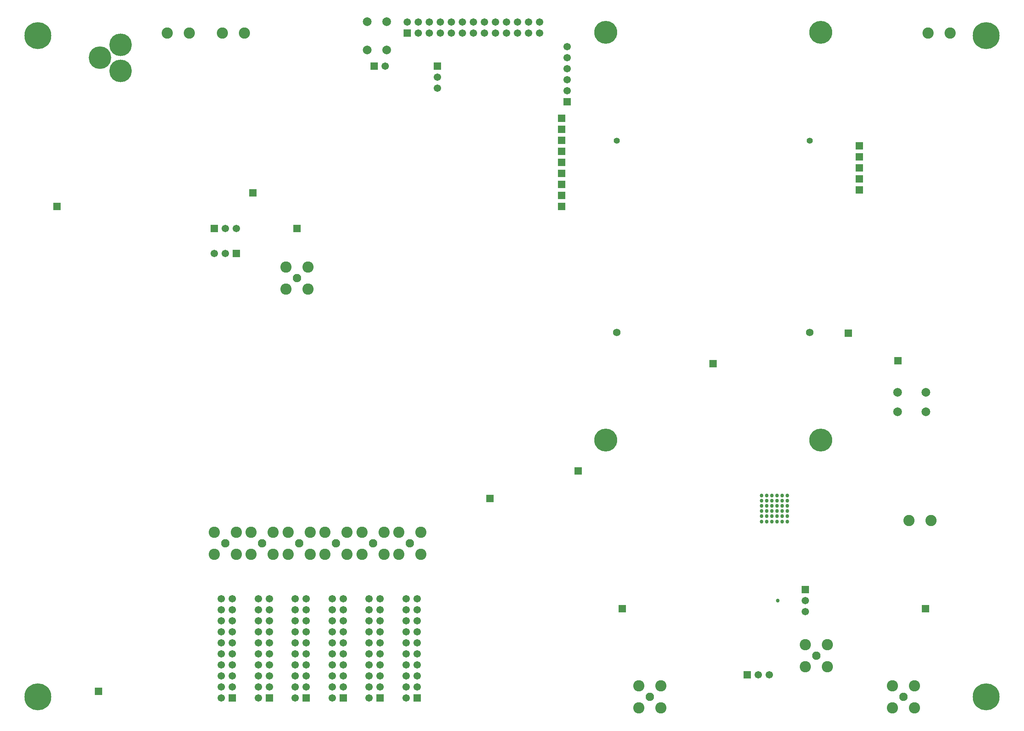
<source format=gbs>
%FSTAX25Y25*%
%MOIN*%
G70*
G01*
G75*
G04 Layer_Color=16711935*
%ADD10C,0.01575*%
G04:AMPARAMS|DCode=11|XSize=62.99mil|YSize=68.9mil|CornerRadius=15.75mil|HoleSize=0mil|Usage=FLASHONLY|Rotation=270.000|XOffset=0mil|YOffset=0mil|HoleType=Round|Shape=RoundedRectangle|*
%AMROUNDEDRECTD11*
21,1,0.06299,0.03740,0,0,270.0*
21,1,0.03150,0.06890,0,0,270.0*
1,1,0.03150,-0.01870,-0.01575*
1,1,0.03150,-0.01870,0.01575*
1,1,0.03150,0.01870,0.01575*
1,1,0.03150,0.01870,-0.01575*
%
%ADD11ROUNDEDRECTD11*%
%ADD12R,0.06890X0.06299*%
G04:AMPARAMS|DCode=13|XSize=35.43mil|YSize=31.5mil|CornerRadius=0mil|HoleSize=0mil|Usage=FLASHONLY|Rotation=225.000|XOffset=0mil|YOffset=0mil|HoleType=Round|Shape=Rectangle|*
%AMROTATEDRECTD13*
4,1,4,0.00139,0.02366,0.02366,0.00139,-0.00139,-0.02366,-0.02366,-0.00139,0.00139,0.02366,0.0*
%
%ADD13ROTATEDRECTD13*%

%ADD14R,0.03543X0.02756*%
%ADD15R,0.03543X0.03150*%
%ADD16R,0.03150X0.03543*%
%ADD17R,0.02756X0.03543*%
%ADD18R,0.05512X0.04331*%
G04:AMPARAMS|DCode=19|XSize=35.43mil|YSize=27.56mil|CornerRadius=0mil|HoleSize=0mil|Usage=FLASHONLY|Rotation=225.000|XOffset=0mil|YOffset=0mil|HoleType=Round|Shape=Rectangle|*
%AMROTATEDRECTD19*
4,1,4,0.00278,0.02227,0.02227,0.00278,-0.00278,-0.02227,-0.02227,-0.00278,0.00278,0.02227,0.0*
%
%ADD19ROTATEDRECTD19*%

%ADD20O,0.07874X0.01969*%
%ADD21O,0.00984X0.03150*%
%ADD22O,0.03150X0.00984*%
%ADD23R,0.07087X0.07087*%
%ADD24R,0.04331X0.06693*%
%ADD25R,0.07087X0.07874*%
G04:AMPARAMS|DCode=26|XSize=70.87mil|YSize=78.74mil|CornerRadius=17.72mil|HoleSize=0mil|Usage=FLASHONLY|Rotation=180.000|XOffset=0mil|YOffset=0mil|HoleType=Round|Shape=RoundedRectangle|*
%AMROUNDEDRECTD26*
21,1,0.07087,0.04331,0,0,180.0*
21,1,0.03543,0.07874,0,0,180.0*
1,1,0.03543,-0.01772,0.02165*
1,1,0.03543,0.01772,0.02165*
1,1,0.03543,0.01772,-0.02165*
1,1,0.03543,-0.01772,-0.02165*
%
%ADD26ROUNDEDRECTD26*%
%ADD27R,0.04331X0.05512*%
%ADD28R,0.29528X0.29528*%
G04:AMPARAMS|DCode=29|XSize=35.43mil|YSize=27.56mil|CornerRadius=0mil|HoleSize=0mil|Usage=FLASHONLY|Rotation=315.000|XOffset=0mil|YOffset=0mil|HoleType=Round|Shape=Rectangle|*
%AMROTATEDRECTD29*
4,1,4,-0.02227,0.00278,-0.00278,0.02227,0.02227,-0.00278,0.00278,-0.02227,-0.02227,0.00278,0.0*
%
%ADD29ROTATEDRECTD29*%

G04:AMPARAMS|DCode=30|XSize=39.37mil|YSize=61.02mil|CornerRadius=9.84mil|HoleSize=0mil|Usage=FLASHONLY|Rotation=225.000|XOffset=0mil|YOffset=0mil|HoleType=Round|Shape=RoundedRectangle|*
%AMROUNDEDRECTD30*
21,1,0.03937,0.04134,0,0,225.0*
21,1,0.01969,0.06102,0,0,225.0*
1,1,0.01969,-0.02158,0.00766*
1,1,0.01969,-0.00766,0.02158*
1,1,0.01969,0.02158,-0.00766*
1,1,0.01969,0.00766,-0.02158*
%
%ADD30ROUNDEDRECTD30*%
G04:AMPARAMS|DCode=31|XSize=39.37mil|YSize=61.02mil|CornerRadius=0mil|HoleSize=0mil|Usage=FLASHONLY|Rotation=225.000|XOffset=0mil|YOffset=0mil|HoleType=Round|Shape=Rectangle|*
%AMROTATEDRECTD31*
4,1,4,-0.00766,0.03550,0.03550,-0.00766,0.00766,-0.03550,-0.03550,0.00766,-0.00766,0.03550,0.0*
%
%ADD31ROTATEDRECTD31*%

G04:AMPARAMS|DCode=32|XSize=35.43mil|YSize=31.5mil|CornerRadius=0mil|HoleSize=0mil|Usage=FLASHONLY|Rotation=315.000|XOffset=0mil|YOffset=0mil|HoleType=Round|Shape=Rectangle|*
%AMROTATEDRECTD32*
4,1,4,-0.02366,0.00139,-0.00139,0.02366,0.02366,-0.00139,0.00139,-0.02366,-0.02366,0.00139,0.0*
%
%ADD32ROTATEDRECTD32*%

G04:AMPARAMS|DCode=33|XSize=39.37mil|YSize=61.02mil|CornerRadius=9.84mil|HoleSize=0mil|Usage=FLASHONLY|Rotation=135.000|XOffset=0mil|YOffset=0mil|HoleType=Round|Shape=RoundedRectangle|*
%AMROUNDEDRECTD33*
21,1,0.03937,0.04134,0,0,135.0*
21,1,0.01969,0.06102,0,0,135.0*
1,1,0.01969,0.00766,0.02158*
1,1,0.01969,0.02158,0.00766*
1,1,0.01969,-0.00766,-0.02158*
1,1,0.01969,-0.02158,-0.00766*
%
%ADD33ROUNDEDRECTD33*%
G04:AMPARAMS|DCode=34|XSize=39.37mil|YSize=61.02mil|CornerRadius=0mil|HoleSize=0mil|Usage=FLASHONLY|Rotation=135.000|XOffset=0mil|YOffset=0mil|HoleType=Round|Shape=Rectangle|*
%AMROTATEDRECTD34*
4,1,4,0.03550,0.00766,-0.00766,-0.03550,-0.03550,-0.00766,0.00766,0.03550,0.03550,0.00766,0.0*
%
%ADD34ROTATEDRECTD34*%

%ADD35O,0.07087X0.00984*%
%ADD36R,0.04400X0.10600*%
G04:AMPARAMS|DCode=37|XSize=39.37mil|YSize=72.84mil|CornerRadius=9.84mil|HoleSize=0mil|Usage=FLASHONLY|Rotation=90.000|XOffset=0mil|YOffset=0mil|HoleType=Round|Shape=RoundedRectangle|*
%AMROUNDEDRECTD37*
21,1,0.03937,0.05315,0,0,90.0*
21,1,0.01969,0.07284,0,0,90.0*
1,1,0.01969,0.02658,0.00984*
1,1,0.01969,0.02658,-0.00984*
1,1,0.01969,-0.02658,-0.00984*
1,1,0.01969,-0.02658,0.00984*
%
%ADD37ROUNDEDRECTD37*%
%ADD38R,0.07284X0.03937*%
%ADD39R,0.07284X0.13780*%
%ADD40R,0.06693X0.04331*%
%ADD41R,0.10600X0.04400*%
G04:AMPARAMS|DCode=42|XSize=70.87mil|YSize=78.74mil|CornerRadius=17.72mil|HoleSize=0mil|Usage=FLASHONLY|Rotation=90.000|XOffset=0mil|YOffset=0mil|HoleType=Round|Shape=RoundedRectangle|*
%AMROUNDEDRECTD42*
21,1,0.07087,0.04331,0,0,90.0*
21,1,0.03543,0.07874,0,0,90.0*
1,1,0.03543,0.02165,0.01772*
1,1,0.03543,0.02165,-0.01772*
1,1,0.03543,-0.02165,-0.01772*
1,1,0.03543,-0.02165,0.01772*
%
%ADD42ROUNDEDRECTD42*%
%ADD43R,0.07874X0.07087*%
%ADD44O,0.09449X0.01772*%
%ADD45O,0.07874X0.01378*%
%ADD46R,0.07874X0.23622*%
%ADD47R,0.02400X0.02200*%
%ADD48R,0.09400X0.12200*%
%ADD49R,0.07800X0.01814*%
%ADD50R,0.07100X0.04400*%
%ADD51R,0.02200X0.02400*%
%ADD52R,0.23622X0.07874*%
G04:AMPARAMS|DCode=53|XSize=27.56mil|YSize=51.18mil|CornerRadius=6.89mil|HoleSize=0mil|Usage=FLASHONLY|Rotation=0.000|XOffset=0mil|YOffset=0mil|HoleType=Round|Shape=RoundedRectangle|*
%AMROUNDEDRECTD53*
21,1,0.02756,0.03740,0,0,0.0*
21,1,0.01378,0.05118,0,0,0.0*
1,1,0.01378,0.00689,-0.01870*
1,1,0.01378,-0.00689,-0.01870*
1,1,0.01378,-0.00689,0.01870*
1,1,0.01378,0.00689,0.01870*
%
%ADD53ROUNDEDRECTD53*%
%ADD54R,0.02756X0.05118*%
%ADD55R,0.02756X0.07087*%
G04:AMPARAMS|DCode=56|XSize=27.56mil|YSize=70.87mil|CornerRadius=6.89mil|HoleSize=0mil|Usage=FLASHONLY|Rotation=180.000|XOffset=0mil|YOffset=0mil|HoleType=Round|Shape=RoundedRectangle|*
%AMROUNDEDRECTD56*
21,1,0.02756,0.05709,0,0,180.0*
21,1,0.01378,0.07087,0,0,180.0*
1,1,0.01378,-0.00689,0.02854*
1,1,0.01378,0.00689,0.02854*
1,1,0.01378,0.00689,-0.02854*
1,1,0.01378,-0.00689,-0.02854*
%
%ADD56ROUNDEDRECTD56*%
G04:AMPARAMS|DCode=57|XSize=31.5mil|YSize=15.75mil|CornerRadius=3.94mil|HoleSize=0mil|Usage=FLASHONLY|Rotation=180.000|XOffset=0mil|YOffset=0mil|HoleType=Round|Shape=RoundedRectangle|*
%AMROUNDEDRECTD57*
21,1,0.03150,0.00787,0,0,180.0*
21,1,0.02362,0.01575,0,0,180.0*
1,1,0.00787,-0.01181,0.00394*
1,1,0.00787,0.01181,0.00394*
1,1,0.00787,0.01181,-0.00394*
1,1,0.00787,-0.01181,-0.00394*
%
%ADD57ROUNDEDRECTD57*%
G04:AMPARAMS|DCode=58|XSize=31.5mil|YSize=15.75mil|CornerRadius=3.94mil|HoleSize=0mil|Usage=FLASHONLY|Rotation=90.000|XOffset=0mil|YOffset=0mil|HoleType=Round|Shape=RoundedRectangle|*
%AMROUNDEDRECTD58*
21,1,0.03150,0.00787,0,0,90.0*
21,1,0.02362,0.01575,0,0,90.0*
1,1,0.00787,0.00394,0.01181*
1,1,0.00787,0.00394,-0.01181*
1,1,0.00787,-0.00394,-0.01181*
1,1,0.00787,-0.00394,0.01181*
%
%ADD58ROUNDEDRECTD58*%
%ADD59R,0.04400X0.07100*%
%ADD60R,0.12200X0.09400*%
%ADD61R,0.01814X0.07800*%
%ADD62R,0.07087X0.02756*%
G04:AMPARAMS|DCode=63|XSize=27.56mil|YSize=70.87mil|CornerRadius=6.89mil|HoleSize=0mil|Usage=FLASHONLY|Rotation=90.000|XOffset=0mil|YOffset=0mil|HoleType=Round|Shape=RoundedRectangle|*
%AMROUNDEDRECTD63*
21,1,0.02756,0.05709,0,0,90.0*
21,1,0.01378,0.07087,0,0,90.0*
1,1,0.01378,0.02854,0.00689*
1,1,0.01378,0.02854,-0.00689*
1,1,0.01378,-0.02854,-0.00689*
1,1,0.01378,-0.02854,0.00689*
%
%ADD63ROUNDEDRECTD63*%
%ADD64R,0.06299X0.06890*%
%ADD65C,0.02500*%
%ADD66C,0.01000*%
%ADD67C,0.09400*%
%ADD68C,0.19685*%
%ADD69C,0.09449*%
%ADD70C,0.06800*%
%ADD71C,0.20000*%
%ADD72C,0.04724*%
%ADD73C,0.06000*%
%ADD74R,0.05906X0.05906*%
%ADD75C,0.05906*%
%ADD76R,0.05906X0.05906*%
%ADD77C,0.07087*%
%ADD78C,0.23622*%
%ADD79C,0.02598*%
%ADD80C,0.04000*%
%ADD81C,0.10200*%
%ADD82C,0.17779*%
%ADD83C,0.11087*%
%ADD84C,0.08200*%
%ADD85C,0.17000*%
%ADD86C,0.07150*%
%ADD87C,0.08724*%
%ADD88C,0.07543*%
%ADD89C,0.07937*%
%ADD90C,0.05299*%
%ADD91C,0.00984*%
%ADD92C,0.02362*%
%ADD93C,0.00600*%
%ADD94C,0.02000*%
%ADD95C,0.00787*%
%ADD96C,0.00800*%
%ADD97C,0.00300*%
%ADD98R,0.02165X0.05512*%
%ADD99R,0.05512X0.02165*%
G04:AMPARAMS|DCode=100|XSize=70.99mil|YSize=76.9mil|CornerRadius=17.75mil|HoleSize=0mil|Usage=FLASHONLY|Rotation=270.000|XOffset=0mil|YOffset=0mil|HoleType=Round|Shape=RoundedRectangle|*
%AMROUNDEDRECTD100*
21,1,0.07099,0.04140,0,0,270.0*
21,1,0.03550,0.07690,0,0,270.0*
1,1,0.03550,-0.02070,-0.01775*
1,1,0.03550,-0.02070,0.01775*
1,1,0.03550,0.02070,0.01775*
1,1,0.03550,0.02070,-0.01775*
%
%ADD100ROUNDEDRECTD100*%
%ADD101R,0.07690X0.07099*%
G04:AMPARAMS|DCode=102|XSize=43.43mil|YSize=39.5mil|CornerRadius=0mil|HoleSize=0mil|Usage=FLASHONLY|Rotation=225.000|XOffset=0mil|YOffset=0mil|HoleType=Round|Shape=Rectangle|*
%AMROTATEDRECTD102*
4,1,4,0.00139,0.02932,0.02932,0.00139,-0.00139,-0.02932,-0.02932,-0.00139,0.00139,0.02932,0.0*
%
%ADD102ROTATEDRECTD102*%

%ADD103R,0.04343X0.03556*%
%ADD104R,0.04343X0.03950*%
%ADD105R,0.03950X0.04343*%
%ADD106R,0.03556X0.04343*%
%ADD107R,0.06312X0.05131*%
G04:AMPARAMS|DCode=108|XSize=43.43mil|YSize=35.56mil|CornerRadius=0mil|HoleSize=0mil|Usage=FLASHONLY|Rotation=225.000|XOffset=0mil|YOffset=0mil|HoleType=Round|Shape=Rectangle|*
%AMROTATEDRECTD108*
4,1,4,0.00278,0.02793,0.02793,0.00278,-0.00278,-0.02793,-0.02793,-0.00278,0.00278,0.02793,0.0*
%
%ADD108ROTATEDRECTD108*%

%ADD109O,0.08674X0.02769*%
%ADD110O,0.01784X0.03950*%
%ADD111O,0.03950X0.01784*%
%ADD112R,0.07887X0.07887*%
%ADD113R,0.05131X0.07493*%
%ADD114R,0.07887X0.08674*%
G04:AMPARAMS|DCode=115|XSize=78.87mil|YSize=86.74mil|CornerRadius=19.72mil|HoleSize=0mil|Usage=FLASHONLY|Rotation=180.000|XOffset=0mil|YOffset=0mil|HoleType=Round|Shape=RoundedRectangle|*
%AMROUNDEDRECTD115*
21,1,0.07887,0.04731,0,0,180.0*
21,1,0.03943,0.08674,0,0,180.0*
1,1,0.03943,-0.01972,0.02365*
1,1,0.03943,0.01972,0.02365*
1,1,0.03943,0.01972,-0.02365*
1,1,0.03943,-0.01972,-0.02365*
%
%ADD115ROUNDEDRECTD115*%
%ADD116R,0.05131X0.06312*%
%ADD117R,0.30328X0.30328*%
G04:AMPARAMS|DCode=118|XSize=43.43mil|YSize=35.56mil|CornerRadius=0mil|HoleSize=0mil|Usage=FLASHONLY|Rotation=315.000|XOffset=0mil|YOffset=0mil|HoleType=Round|Shape=Rectangle|*
%AMROTATEDRECTD118*
4,1,4,-0.02793,0.00278,-0.00278,0.02793,0.02793,-0.00278,0.00278,-0.02793,-0.02793,0.00278,0.0*
%
%ADD118ROTATEDRECTD118*%

G04:AMPARAMS|DCode=119|XSize=47.37mil|YSize=69.02mil|CornerRadius=11.84mil|HoleSize=0mil|Usage=FLASHONLY|Rotation=225.000|XOffset=0mil|YOffset=0mil|HoleType=Round|Shape=RoundedRectangle|*
%AMROUNDEDRECTD119*
21,1,0.04737,0.04534,0,0,225.0*
21,1,0.02369,0.06902,0,0,225.0*
1,1,0.02369,-0.02440,0.00766*
1,1,0.02369,-0.00766,0.02440*
1,1,0.02369,0.02440,-0.00766*
1,1,0.02369,0.00766,-0.02440*
%
%ADD119ROUNDEDRECTD119*%
G04:AMPARAMS|DCode=120|XSize=47.37mil|YSize=69.02mil|CornerRadius=0mil|HoleSize=0mil|Usage=FLASHONLY|Rotation=225.000|XOffset=0mil|YOffset=0mil|HoleType=Round|Shape=Rectangle|*
%AMROTATEDRECTD120*
4,1,4,-0.00766,0.04115,0.04115,-0.00766,0.00766,-0.04115,-0.04115,0.00766,-0.00766,0.04115,0.0*
%
%ADD120ROTATEDRECTD120*%

G04:AMPARAMS|DCode=121|XSize=43.43mil|YSize=39.5mil|CornerRadius=0mil|HoleSize=0mil|Usage=FLASHONLY|Rotation=315.000|XOffset=0mil|YOffset=0mil|HoleType=Round|Shape=Rectangle|*
%AMROTATEDRECTD121*
4,1,4,-0.02932,0.00139,-0.00139,0.02932,0.02932,-0.00139,0.00139,-0.02932,-0.02932,0.00139,0.0*
%
%ADD121ROTATEDRECTD121*%

G04:AMPARAMS|DCode=122|XSize=47.37mil|YSize=69.02mil|CornerRadius=11.84mil|HoleSize=0mil|Usage=FLASHONLY|Rotation=135.000|XOffset=0mil|YOffset=0mil|HoleType=Round|Shape=RoundedRectangle|*
%AMROUNDEDRECTD122*
21,1,0.04737,0.04534,0,0,135.0*
21,1,0.02369,0.06902,0,0,135.0*
1,1,0.02369,0.00766,0.02440*
1,1,0.02369,0.02440,0.00766*
1,1,0.02369,-0.00766,-0.02440*
1,1,0.02369,-0.02440,-0.00766*
%
%ADD122ROUNDEDRECTD122*%
G04:AMPARAMS|DCode=123|XSize=47.37mil|YSize=69.02mil|CornerRadius=0mil|HoleSize=0mil|Usage=FLASHONLY|Rotation=135.000|XOffset=0mil|YOffset=0mil|HoleType=Round|Shape=Rectangle|*
%AMROTATEDRECTD123*
4,1,4,0.04115,0.00766,-0.00766,-0.04115,-0.04115,-0.00766,0.00766,0.04115,0.04115,0.00766,0.0*
%
%ADD123ROTATEDRECTD123*%

%ADD124O,0.07887X0.01784*%
%ADD125R,0.05200X0.11400*%
G04:AMPARAMS|DCode=126|XSize=47.37mil|YSize=80.83mil|CornerRadius=11.84mil|HoleSize=0mil|Usage=FLASHONLY|Rotation=90.000|XOffset=0mil|YOffset=0mil|HoleType=Round|Shape=RoundedRectangle|*
%AMROUNDEDRECTD126*
21,1,0.04737,0.05715,0,0,90.0*
21,1,0.02369,0.08083,0,0,90.0*
1,1,0.02369,0.02858,0.01184*
1,1,0.02369,0.02858,-0.01184*
1,1,0.02369,-0.02858,-0.01184*
1,1,0.02369,-0.02858,0.01184*
%
%ADD126ROUNDEDRECTD126*%
%ADD127R,0.08083X0.04737*%
%ADD128R,0.08083X0.14579*%
%ADD129R,0.07493X0.05131*%
%ADD130R,0.11400X0.05200*%
G04:AMPARAMS|DCode=131|XSize=78.87mil|YSize=86.74mil|CornerRadius=19.72mil|HoleSize=0mil|Usage=FLASHONLY|Rotation=90.000|XOffset=0mil|YOffset=0mil|HoleType=Round|Shape=RoundedRectangle|*
%AMROUNDEDRECTD131*
21,1,0.07887,0.04731,0,0,90.0*
21,1,0.03943,0.08674,0,0,90.0*
1,1,0.03943,0.02365,0.01972*
1,1,0.03943,0.02365,-0.01972*
1,1,0.03943,-0.02365,-0.01972*
1,1,0.03943,-0.02365,0.01972*
%
%ADD131ROUNDEDRECTD131*%
%ADD132R,0.08674X0.07887*%
%ADD133O,0.10249X0.02572*%
%ADD134O,0.08674X0.02178*%
%ADD135R,0.08674X0.24422*%
%ADD136R,0.03200X0.03000*%
%ADD137R,0.10200X0.13000*%
%ADD138R,0.08600X0.02614*%
%ADD139R,0.07900X0.05200*%
%ADD140R,0.03000X0.03200*%
%ADD141R,0.24422X0.08674*%
G04:AMPARAMS|DCode=142|XSize=35.56mil|YSize=59.18mil|CornerRadius=8.89mil|HoleSize=0mil|Usage=FLASHONLY|Rotation=0.000|XOffset=0mil|YOffset=0mil|HoleType=Round|Shape=RoundedRectangle|*
%AMROUNDEDRECTD142*
21,1,0.03556,0.04140,0,0,0.0*
21,1,0.01778,0.05918,0,0,0.0*
1,1,0.01778,0.00889,-0.02070*
1,1,0.01778,-0.00889,-0.02070*
1,1,0.01778,-0.00889,0.02070*
1,1,0.01778,0.00889,0.02070*
%
%ADD142ROUNDEDRECTD142*%
%ADD143R,0.03556X0.05918*%
%ADD144R,0.03556X0.07887*%
G04:AMPARAMS|DCode=145|XSize=35.56mil|YSize=78.87mil|CornerRadius=8.89mil|HoleSize=0mil|Usage=FLASHONLY|Rotation=180.000|XOffset=0mil|YOffset=0mil|HoleType=Round|Shape=RoundedRectangle|*
%AMROUNDEDRECTD145*
21,1,0.03556,0.06109,0,0,180.0*
21,1,0.01778,0.07887,0,0,180.0*
1,1,0.01778,-0.00889,0.03054*
1,1,0.01778,0.00889,0.03054*
1,1,0.01778,0.00889,-0.03054*
1,1,0.01778,-0.00889,-0.03054*
%
%ADD145ROUNDEDRECTD145*%
G04:AMPARAMS|DCode=146|XSize=39.5mil|YSize=23.75mil|CornerRadius=5.94mil|HoleSize=0mil|Usage=FLASHONLY|Rotation=180.000|XOffset=0mil|YOffset=0mil|HoleType=Round|Shape=RoundedRectangle|*
%AMROUNDEDRECTD146*
21,1,0.03950,0.01187,0,0,180.0*
21,1,0.02762,0.02375,0,0,180.0*
1,1,0.01187,-0.01381,0.00594*
1,1,0.01187,0.01381,0.00594*
1,1,0.01187,0.01381,-0.00594*
1,1,0.01187,-0.01381,-0.00594*
%
%ADD146ROUNDEDRECTD146*%
G04:AMPARAMS|DCode=147|XSize=39.5mil|YSize=23.75mil|CornerRadius=5.94mil|HoleSize=0mil|Usage=FLASHONLY|Rotation=90.000|XOffset=0mil|YOffset=0mil|HoleType=Round|Shape=RoundedRectangle|*
%AMROUNDEDRECTD147*
21,1,0.03950,0.01187,0,0,90.0*
21,1,0.02762,0.02375,0,0,90.0*
1,1,0.01187,0.00594,0.01381*
1,1,0.01187,0.00594,-0.01381*
1,1,0.01187,-0.00594,-0.01381*
1,1,0.01187,-0.00594,0.01381*
%
%ADD147ROUNDEDRECTD147*%
%ADD148R,0.05200X0.07900*%
%ADD149R,0.13000X0.10200*%
%ADD150R,0.02614X0.08600*%
%ADD151R,0.07887X0.03556*%
G04:AMPARAMS|DCode=152|XSize=35.56mil|YSize=78.87mil|CornerRadius=8.89mil|HoleSize=0mil|Usage=FLASHONLY|Rotation=90.000|XOffset=0mil|YOffset=0mil|HoleType=Round|Shape=RoundedRectangle|*
%AMROUNDEDRECTD152*
21,1,0.03556,0.06109,0,0,90.0*
21,1,0.01778,0.07887,0,0,90.0*
1,1,0.01778,0.03054,0.00889*
1,1,0.01778,0.03054,-0.00889*
1,1,0.01778,-0.03054,-0.00889*
1,1,0.01778,-0.03054,0.00889*
%
%ADD152ROUNDEDRECTD152*%
%ADD153R,0.07099X0.07690*%
%ADD154C,0.20485*%
%ADD155C,0.10249*%
%ADD156C,0.07600*%
%ADD157C,0.20800*%
%ADD158C,0.05524*%
%ADD159R,0.06706X0.06706*%
%ADD160C,0.06706*%
%ADD161R,0.06706X0.06706*%
%ADD162C,0.07887*%
%ADD163C,0.24422*%
%ADD164C,0.03398*%
D70*
X0645Y0450827D02*
D03*
X082005D02*
D03*
D81*
X02575Y07225D02*
D03*
X02375D02*
D03*
X093Y028D02*
D03*
X091D02*
D03*
X03075Y07225D02*
D03*
X02875D02*
D03*
X09475D02*
D03*
X09275D02*
D03*
D154*
X0176496Y07D02*
D03*
X0195Y0711811D02*
D03*
Y0688189D02*
D03*
D155*
X0836Y01475D02*
D03*
X0816Y01675D02*
D03*
Y01475D02*
D03*
X0836Y01675D02*
D03*
X0665Y013D02*
D03*
X0685Y011D02*
D03*
Y013D02*
D03*
X0665Y011D02*
D03*
X0895Y013D02*
D03*
X0915Y011D02*
D03*
Y013D02*
D03*
X0895Y011D02*
D03*
X04675Y02495D02*
D03*
X04475Y02695D02*
D03*
Y02495D02*
D03*
X04675Y02695D02*
D03*
X0434Y02495D02*
D03*
X0414Y02695D02*
D03*
Y02495D02*
D03*
X0434Y02695D02*
D03*
X04005Y02495D02*
D03*
X03805Y02695D02*
D03*
Y02495D02*
D03*
X04005Y02695D02*
D03*
X0367Y02495D02*
D03*
X0347Y02695D02*
D03*
Y02495D02*
D03*
X0367Y02695D02*
D03*
X03335Y02495D02*
D03*
X03135Y02695D02*
D03*
Y02495D02*
D03*
X03335Y02695D02*
D03*
X03Y02495D02*
D03*
X028Y02695D02*
D03*
Y02495D02*
D03*
X03Y02695D02*
D03*
X0365Y049D02*
D03*
X0345Y051D02*
D03*
Y049D02*
D03*
X0365Y051D02*
D03*
D156*
X0826Y01575D02*
D03*
X0675Y012D02*
D03*
X0905D02*
D03*
X04575Y02595D02*
D03*
X0424D02*
D03*
X03905D02*
D03*
X0357D02*
D03*
X03235D02*
D03*
X029D02*
D03*
X0355Y05D02*
D03*
D157*
X0830025Y0353142D02*
D03*
X0635025D02*
D03*
X0830025Y0723142D02*
D03*
X0635025D02*
D03*
D158*
X0645Y0624843D02*
D03*
X082005D02*
D03*
D159*
X0816Y02175D02*
D03*
X0464Y0119D02*
D03*
X04305D02*
D03*
X0397D02*
D03*
X03635D02*
D03*
X033D02*
D03*
X02965D02*
D03*
X07325Y04225D02*
D03*
X06Y066D02*
D03*
X04825Y06925D02*
D03*
X0865Y058D02*
D03*
Y059D02*
D03*
Y06D02*
D03*
Y061D02*
D03*
Y062D02*
D03*
X0595Y0625D02*
D03*
Y0645D02*
D03*
Y0635D02*
D03*
Y0615D02*
D03*
Y0605D02*
D03*
Y0595D02*
D03*
Y0585D02*
D03*
Y0575D02*
D03*
Y0565D02*
D03*
D160*
X0816Y02075D02*
D03*
Y01975D02*
D03*
X07735Y014D02*
D03*
X07835D02*
D03*
X0454Y0119D02*
D03*
X0464Y0129D02*
D03*
X0454D02*
D03*
X0464Y0139D02*
D03*
X0454D02*
D03*
X0464Y0149D02*
D03*
X0454D02*
D03*
X0464Y0159D02*
D03*
X0454D02*
D03*
X0464Y0169D02*
D03*
X0454D02*
D03*
X0464Y0179D02*
D03*
X0454D02*
D03*
X0464Y0189D02*
D03*
X0454D02*
D03*
X0464Y0199D02*
D03*
X0454D02*
D03*
X0464Y0209D02*
D03*
X0454D02*
D03*
X04205Y0119D02*
D03*
X04305Y0129D02*
D03*
X04205D02*
D03*
X04305Y0139D02*
D03*
X04205D02*
D03*
X04305Y0149D02*
D03*
X04205D02*
D03*
X04305Y0159D02*
D03*
X04205D02*
D03*
X04305Y0169D02*
D03*
X04205D02*
D03*
X04305Y0179D02*
D03*
X04205D02*
D03*
X04305Y0189D02*
D03*
X04205D02*
D03*
X04305Y0199D02*
D03*
X04205D02*
D03*
X04305Y0209D02*
D03*
X04205D02*
D03*
X0387Y0119D02*
D03*
X0397Y0129D02*
D03*
X0387D02*
D03*
X0397Y0139D02*
D03*
X0387D02*
D03*
X0397Y0149D02*
D03*
X0387D02*
D03*
X0397Y0159D02*
D03*
X0387D02*
D03*
X0397Y0169D02*
D03*
X0387D02*
D03*
X0397Y0179D02*
D03*
X0387D02*
D03*
X0397Y0189D02*
D03*
X0387D02*
D03*
X0397Y0199D02*
D03*
X0387D02*
D03*
X0397Y0209D02*
D03*
X0387D02*
D03*
X03535Y0119D02*
D03*
X03635Y0129D02*
D03*
X03535D02*
D03*
X03635Y0139D02*
D03*
X03535D02*
D03*
X03635Y0149D02*
D03*
X03535D02*
D03*
X03635Y0159D02*
D03*
X03535D02*
D03*
X03635Y0169D02*
D03*
X03535D02*
D03*
X03635Y0179D02*
D03*
X03535D02*
D03*
X03635Y0189D02*
D03*
X03535D02*
D03*
X03635Y0199D02*
D03*
X03535D02*
D03*
X03635Y0209D02*
D03*
X03535D02*
D03*
X032Y0119D02*
D03*
X033Y0129D02*
D03*
X032D02*
D03*
X033Y0139D02*
D03*
X032D02*
D03*
X033Y0149D02*
D03*
X032D02*
D03*
X033Y0159D02*
D03*
X032D02*
D03*
X033Y0169D02*
D03*
X032D02*
D03*
X033Y0179D02*
D03*
X032D02*
D03*
X033Y0189D02*
D03*
X032D02*
D03*
X033Y0199D02*
D03*
X032D02*
D03*
X033Y0209D02*
D03*
X032D02*
D03*
X02865Y0119D02*
D03*
X02965Y0129D02*
D03*
X02865D02*
D03*
X02965Y0139D02*
D03*
X02865D02*
D03*
X02965Y0149D02*
D03*
X02865D02*
D03*
X02965Y0159D02*
D03*
X02865D02*
D03*
X02965Y0169D02*
D03*
X02865D02*
D03*
X02965Y0179D02*
D03*
X02865D02*
D03*
X02965Y0189D02*
D03*
X02865D02*
D03*
X02965Y0199D02*
D03*
X02865D02*
D03*
X02965Y0209D02*
D03*
X02865D02*
D03*
X06Y067D02*
D03*
Y068D02*
D03*
Y069D02*
D03*
Y07D02*
D03*
Y071D02*
D03*
X029Y0545D02*
D03*
X03D02*
D03*
X029Y05225D02*
D03*
X028D02*
D03*
X0435Y06925D02*
D03*
X04825Y06825D02*
D03*
Y06725D02*
D03*
X0455Y07325D02*
D03*
X0465Y07225D02*
D03*
Y07325D02*
D03*
X0475Y07225D02*
D03*
Y07325D02*
D03*
X0485Y07225D02*
D03*
Y07325D02*
D03*
X0495Y07225D02*
D03*
Y07325D02*
D03*
X0505Y07225D02*
D03*
Y07325D02*
D03*
X0515Y07225D02*
D03*
Y07325D02*
D03*
X0525Y07225D02*
D03*
Y07325D02*
D03*
X0535Y07225D02*
D03*
Y07325D02*
D03*
X0545Y07225D02*
D03*
Y07325D02*
D03*
X0555Y07225D02*
D03*
Y07325D02*
D03*
X0565Y07225D02*
D03*
Y07325D02*
D03*
X0575Y07225D02*
D03*
Y07325D02*
D03*
D161*
X07635Y014D02*
D03*
X0355Y0545D02*
D03*
X061Y0325D02*
D03*
X09Y0425D02*
D03*
X01375Y0565D02*
D03*
X053Y03D02*
D03*
X0315Y05775D02*
D03*
X0175Y0125D02*
D03*
X065Y02D02*
D03*
X028Y0545D02*
D03*
X03Y05225D02*
D03*
X0425Y06925D02*
D03*
X0455Y07225D02*
D03*
X0855Y045D02*
D03*
X0925Y02D02*
D03*
D162*
X0925295Y0378642D02*
D03*
X0899705D02*
D03*
Y0396358D02*
D03*
X0925295D02*
D03*
X0436358Y0732795D02*
D03*
Y0707205D02*
D03*
X0418642D02*
D03*
Y0732795D02*
D03*
D163*
X098Y072D02*
D03*
Y012D02*
D03*
X012D02*
D03*
Y072D02*
D03*
D164*
X0791Y02075D02*
D03*
X0776189Y0302811D02*
D03*
X0780913D02*
D03*
X0785638D02*
D03*
X0790362D02*
D03*
X0795087D02*
D03*
X0799811D02*
D03*
X0776189Y0298087D02*
D03*
X0780913D02*
D03*
X0785638D02*
D03*
X0790362D02*
D03*
X0795087D02*
D03*
X0799811D02*
D03*
X0776189Y0293362D02*
D03*
X0780913D02*
D03*
X0785638D02*
D03*
X0790362D02*
D03*
X0795087D02*
D03*
X0799811D02*
D03*
X0776189Y0288638D02*
D03*
X0780913D02*
D03*
X0785638D02*
D03*
X0790362D02*
D03*
X0795087D02*
D03*
X0799811D02*
D03*
X0776189Y0283913D02*
D03*
X0780913D02*
D03*
X0785638D02*
D03*
X0790362D02*
D03*
X0795087D02*
D03*
X0799811D02*
D03*
X0776189Y0279189D02*
D03*
X0780913D02*
D03*
X0785638D02*
D03*
X0790362D02*
D03*
X0795087D02*
D03*
X0799811D02*
D03*
M02*

</source>
